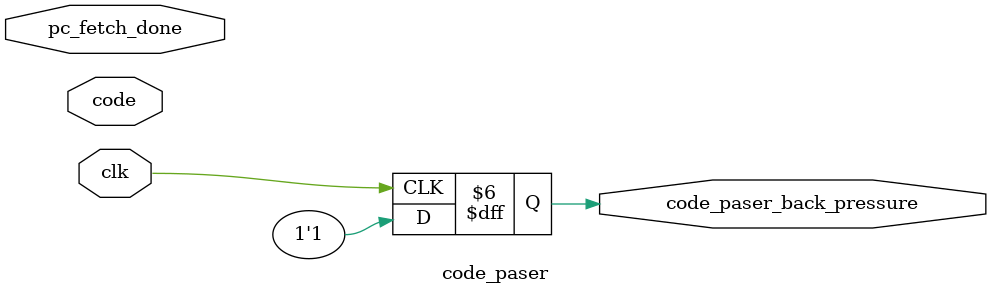
<source format=v>
module test_delay(clk, out);

input clk;
output out;
reg out;
reg [3:0] count;

initial 
begin
	out = 0;
	count = 0;
end

always @ (posedge clk)
begin
	count = count + 1;
	if(count == 15)
	out = 1'b1;
end

endmodule
/////////////////////////////////////////////////////////////////
module code_paser
(
	clk, 
	code, 
	pc_fetch_done,
	code_paser_back_pressure
);

input clk;
input [15:0] code;
input pc_fetch_done;

output code_paser_back_pressure;

reg [15:0] fetch_code;
reg code_paser_back_pressure;

initial
begin
	code_paser_back_pressure = 1'b0;
end

always @ (posedge clk)
begin
	if (pc_fetch_done)
		fetch_code = code;
		code_paser_back_pressure = 1'b1;
		case (fetch_code)
		16'b0000000000000010 : $display("parse ok");  
		endcase
end


endmodule

</source>
